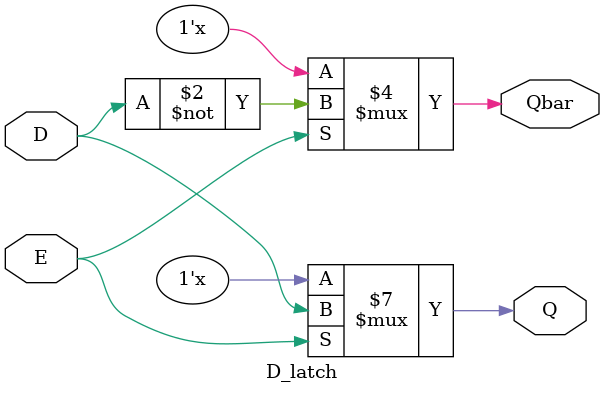
<source format=v>
module D_latch(E,D,Q,Qbar);
  input E,D;
  output reg Q,Qbar;
  
  always @(*) begin
    if (E) begin
      Q=D;
      Qbar=~D;
    end
  end
endmodule
</source>
